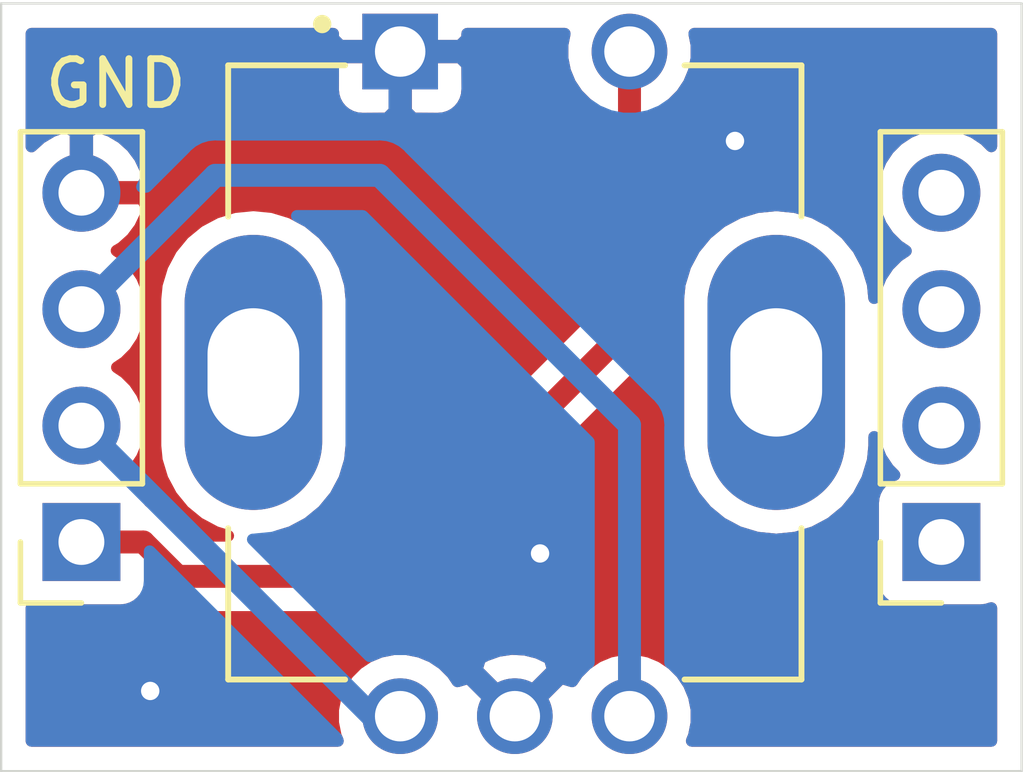
<source format=kicad_pcb>
(kicad_pcb (version 20171130) (host pcbnew "(5.1.5-0)")

  (general
    (thickness 1.6)
    (drawings 5)
    (tracks 14)
    (zones 0)
    (modules 3)
    (nets 6)
  )

  (page A4)
  (layers
    (0 F.Cu signal)
    (31 B.Cu signal)
    (32 B.Adhes user)
    (33 F.Adhes user)
    (34 B.Paste user)
    (35 F.Paste user)
    (36 B.SilkS user)
    (37 F.SilkS user)
    (38 B.Mask user)
    (39 F.Mask user)
    (40 Dwgs.User user)
    (41 Cmts.User user)
    (42 Eco1.User user)
    (43 Eco2.User user)
    (44 Edge.Cuts user)
    (45 Margin user)
    (46 B.CrtYd user)
    (47 F.CrtYd user)
    (48 B.Fab user)
    (49 F.Fab user)
  )

  (setup
    (last_trace_width 0.5)
    (user_trace_width 0.5)
    (trace_clearance 0.2)
    (zone_clearance 0.508)
    (zone_45_only no)
    (trace_min 0.2)
    (via_size 0.8)
    (via_drill 0.4)
    (via_min_size 0.4)
    (via_min_drill 0.3)
    (uvia_size 0.3)
    (uvia_drill 0.1)
    (uvias_allowed no)
    (uvia_min_size 0.2)
    (uvia_min_drill 0.1)
    (edge_width 0.05)
    (segment_width 0.2)
    (pcb_text_width 0.3)
    (pcb_text_size 1.5 1.5)
    (mod_edge_width 0.12)
    (mod_text_size 1 1)
    (mod_text_width 0.15)
    (pad_size 1.524 1.524)
    (pad_drill 0.762)
    (pad_to_mask_clearance 0.051)
    (solder_mask_min_width 0.25)
    (aux_axis_origin 0 0)
    (visible_elements FFFFFF7F)
    (pcbplotparams
      (layerselection 0x010fc_ffffffff)
      (usegerberextensions false)
      (usegerberattributes false)
      (usegerberadvancedattributes false)
      (creategerberjobfile false)
      (excludeedgelayer true)
      (linewidth 0.100000)
      (plotframeref false)
      (viasonmask false)
      (mode 1)
      (useauxorigin false)
      (hpglpennumber 1)
      (hpglpenspeed 20)
      (hpglpendiameter 15.000000)
      (psnegative false)
      (psa4output false)
      (plotreference true)
      (plotvalue true)
      (plotinvisibletext false)
      (padsonsilk false)
      (subtractmaskfromsilk false)
      (outputformat 1)
      (mirror false)
      (drillshape 1)
      (scaleselection 1)
      (outputdirectory ""))
  )

  (net 0 "")
  (net 1 GND)
  (net 2 "Net-(J1-Pad3)")
  (net 3 "Net-(J1-Pad2)")
  (net 4 "Net-(J1-Pad1)")
  (net 5 "Net-(MT1-PadS1)")

  (net_class Default "This is the default net class."
    (clearance 0.2)
    (trace_width 0.25)
    (via_dia 0.8)
    (via_drill 0.4)
    (uvia_dia 0.3)
    (uvia_drill 0.1)
    (add_net GND)
    (add_net "Net-(J1-Pad1)")
    (add_net "Net-(J1-Pad2)")
    (add_net "Net-(J1-Pad3)")
    (add_net "Net-(MT1-PadS1)")
  )

  (module Connector_PinSocket_2.54mm:PinSocket_1x04_P2.54mm_Vertical (layer F.Cu) (tedit 5A19A429) (tstamp 624ACF49)
    (at 162.5 123.5 180)
    (descr "Through hole straight socket strip, 1x04, 2.54mm pitch, single row (from Kicad 4.0.7), script generated")
    (tags "Through hole socket strip THT 1x04 2.54mm single row")
    (path /624ADE70)
    (fp_text reference J1 (at 0 -2.77) (layer F.SilkS) hide
      (effects (font (size 1 1) (thickness 0.15)))
    )
    (fp_text value Conn_01x04 (at 0 10.39) (layer F.Fab) hide
      (effects (font (size 1 1) (thickness 0.15)))
    )
    (fp_line (start -1.27 -1.27) (end 0.635 -1.27) (layer F.Fab) (width 0.1))
    (fp_line (start 0.635 -1.27) (end 1.27 -0.635) (layer F.Fab) (width 0.1))
    (fp_line (start 1.27 -0.635) (end 1.27 8.89) (layer F.Fab) (width 0.1))
    (fp_line (start 1.27 8.89) (end -1.27 8.89) (layer F.Fab) (width 0.1))
    (fp_line (start -1.27 8.89) (end -1.27 -1.27) (layer F.Fab) (width 0.1))
    (fp_line (start -1.33 1.27) (end 1.33 1.27) (layer F.SilkS) (width 0.12))
    (fp_line (start -1.33 1.27) (end -1.33 8.95) (layer F.SilkS) (width 0.12))
    (fp_line (start -1.33 8.95) (end 1.33 8.95) (layer F.SilkS) (width 0.12))
    (fp_line (start 1.33 1.27) (end 1.33 8.95) (layer F.SilkS) (width 0.12))
    (fp_line (start 1.33 -1.33) (end 1.33 0) (layer F.SilkS) (width 0.12))
    (fp_line (start 0 -1.33) (end 1.33 -1.33) (layer F.SilkS) (width 0.12))
    (fp_line (start -1.8 -1.8) (end 1.75 -1.8) (layer F.CrtYd) (width 0.05))
    (fp_line (start 1.75 -1.8) (end 1.75 9.4) (layer F.CrtYd) (width 0.05))
    (fp_line (start 1.75 9.4) (end -1.8 9.4) (layer F.CrtYd) (width 0.05))
    (fp_line (start -1.8 9.4) (end -1.8 -1.8) (layer F.CrtYd) (width 0.05))
    (fp_text user %R (at -0.25 3.83 90) (layer F.Fab)
      (effects (font (size 1 1) (thickness 0.15)))
    )
    (pad 1 thru_hole rect (at 0 0 180) (size 1.7 1.7) (drill 1) (layers *.Cu *.Mask))
    (pad 2 thru_hole oval (at 0 2.54 180) (size 1.7 1.7) (drill 1) (layers *.Cu *.Mask))
    (pad 3 thru_hole oval (at 0 5.08 180) (size 1.7 1.7) (drill 1) (layers *.Cu *.Mask))
    (pad 4 thru_hole oval (at 0 7.62 180) (size 1.7 1.7) (drill 1) (layers *.Cu *.Mask))
    (model ${KISYS3DMOD}/Connector_PinSocket_2.54mm.3dshapes/PinSocket_1x04_P2.54mm_Vertical.wrl
      (at (xyz 0 0 0))
      (scale (xyz 1 1 1))
      (rotate (xyz 0 0 0))
    )
  )

  (module PEC11R-4215F-S0024:XDCR_PEC11R-4215F-S0024 (layer F.Cu) (tedit 5F5951B8) (tstamp 624AC875)
    (at 153.2 119.8)
    (path /624AF51C)
    (fp_text reference MT1 (at -4.175 -8.835) (layer F.SilkS) hide
      (effects (font (size 1 1) (thickness 0.015)))
    )
    (fp_text value PEC11R-4215F-S0024 (at 7.255 9.315) (layer F.Fab) hide
      (effects (font (size 1 1) (thickness 0.015)))
    )
    (fp_circle (center -4.2 -7.6) (end -4.1 -7.6) (layer F.Fab) (width 0.2))
    (fp_circle (center -4.2 -7.6) (end -4.1 -7.6) (layer F.SilkS) (width 0.2))
    (fp_line (start 7.45 -8.1) (end -7.45 -8.1) (layer F.CrtYd) (width 0.05))
    (fp_line (start 7.45 8.6) (end 7.45 -8.1) (layer F.CrtYd) (width 0.05))
    (fp_line (start -7.45 8.6) (end 7.45 8.6) (layer F.CrtYd) (width 0.05))
    (fp_line (start -7.45 -8.1) (end -7.45 8.6) (layer F.CrtYd) (width 0.05))
    (fp_circle (center 0 0) (end 3 0) (layer F.Fab) (width 0.127))
    (fp_line (start 6.25 6.7) (end 6.25 3.4) (layer F.SilkS) (width 0.127))
    (fp_line (start 3.7 6.7) (end 6.25 6.7) (layer F.SilkS) (width 0.127))
    (fp_line (start -6.25 6.7) (end -3.7 6.7) (layer F.SilkS) (width 0.127))
    (fp_line (start -6.25 3.4) (end -6.25 6.7) (layer F.SilkS) (width 0.127))
    (fp_line (start 6.25 -6.7) (end 6.25 -3.4) (layer F.SilkS) (width 0.127))
    (fp_line (start 3.7 -6.7) (end 6.25 -6.7) (layer F.SilkS) (width 0.127))
    (fp_line (start -6.25 -6.7) (end -3.7 -6.7) (layer F.SilkS) (width 0.127))
    (fp_line (start -6.25 -3.4) (end -6.25 -6.7) (layer F.SilkS) (width 0.127))
    (fp_line (start -6.25 6.7) (end -6.25 -6.7) (layer F.Fab) (width 0.127))
    (fp_line (start 6.25 6.7) (end -6.25 6.7) (layer F.Fab) (width 0.127))
    (fp_line (start 6.25 -6.7) (end 6.25 6.7) (layer F.Fab) (width 0.127))
    (fp_line (start -6.25 -6.7) (end 6.25 -6.7) (layer F.Fab) (width 0.127))
    (pad S2 thru_hole oval (at 5.7 0) (size 3 6) (drill oval 2 2.8) (layers *.Cu *.Mask)
      (net 5 "Net-(MT1-PadS1)"))
    (pad S1 thru_hole oval (at -5.7 0) (size 3 6) (drill oval 2 2.8) (layers *.Cu *.Mask)
      (net 5 "Net-(MT1-PadS1)"))
    (pad B thru_hole circle (at 2.5 7.5) (size 1.65 1.65) (drill 1.1) (layers *.Cu *.Mask)
      (net 2 "Net-(J1-Pad3)"))
    (pad COM thru_hole circle (at 0 7.5) (size 1.65 1.65) (drill 1.1) (layers *.Cu *.Mask)
      (net 1 GND))
    (pad A thru_hole circle (at -2.5 7.5) (size 1.65 1.65) (drill 1.1) (layers *.Cu *.Mask)
      (net 3 "Net-(J1-Pad2)"))
    (pad 2 thru_hole circle (at 2.5 -7) (size 1.65 1.65) (drill 1.1) (layers *.Cu *.Mask)
      (net 4 "Net-(J1-Pad1)"))
    (pad 1 thru_hole rect (at -2.5 -7) (size 1.65 1.65) (drill 1.1) (layers *.Cu *.Mask)
      (net 1 GND))
  )

  (module Connector_PinSocket_2.54mm:PinSocket_1x04_P2.54mm_Vertical (layer F.Cu) (tedit 5A19A429) (tstamp 624ACAA4)
    (at 143.75 123.5 180)
    (descr "Through hole straight socket strip, 1x04, 2.54mm pitch, single row (from Kicad 4.0.7), script generated")
    (tags "Through hole socket strip THT 1x04 2.54mm single row")
    (path /624ADE70)
    (fp_text reference J1 (at 0 -2.77) (layer F.SilkS) hide
      (effects (font (size 1 1) (thickness 0.15)))
    )
    (fp_text value Conn_01x04 (at 0 10.39) (layer F.Fab) hide
      (effects (font (size 1 1) (thickness 0.15)))
    )
    (fp_text user %R (at -0.25 3.83 90) (layer F.Fab)
      (effects (font (size 1 1) (thickness 0.15)))
    )
    (fp_line (start -1.8 9.4) (end -1.8 -1.8) (layer F.CrtYd) (width 0.05))
    (fp_line (start 1.75 9.4) (end -1.8 9.4) (layer F.CrtYd) (width 0.05))
    (fp_line (start 1.75 -1.8) (end 1.75 9.4) (layer F.CrtYd) (width 0.05))
    (fp_line (start -1.8 -1.8) (end 1.75 -1.8) (layer F.CrtYd) (width 0.05))
    (fp_line (start 0 -1.33) (end 1.33 -1.33) (layer F.SilkS) (width 0.12))
    (fp_line (start 1.33 -1.33) (end 1.33 0) (layer F.SilkS) (width 0.12))
    (fp_line (start 1.33 1.27) (end 1.33 8.95) (layer F.SilkS) (width 0.12))
    (fp_line (start -1.33 8.95) (end 1.33 8.95) (layer F.SilkS) (width 0.12))
    (fp_line (start -1.33 1.27) (end -1.33 8.95) (layer F.SilkS) (width 0.12))
    (fp_line (start -1.33 1.27) (end 1.33 1.27) (layer F.SilkS) (width 0.12))
    (fp_line (start -1.27 8.89) (end -1.27 -1.27) (layer F.Fab) (width 0.1))
    (fp_line (start 1.27 8.89) (end -1.27 8.89) (layer F.Fab) (width 0.1))
    (fp_line (start 1.27 -0.635) (end 1.27 8.89) (layer F.Fab) (width 0.1))
    (fp_line (start 0.635 -1.27) (end 1.27 -0.635) (layer F.Fab) (width 0.1))
    (fp_line (start -1.27 -1.27) (end 0.635 -1.27) (layer F.Fab) (width 0.1))
    (pad 4 thru_hole oval (at 0 7.62 180) (size 1.7 1.7) (drill 1) (layers *.Cu *.Mask)
      (net 1 GND))
    (pad 3 thru_hole oval (at 0 5.08 180) (size 1.7 1.7) (drill 1) (layers *.Cu *.Mask)
      (net 2 "Net-(J1-Pad3)"))
    (pad 2 thru_hole oval (at 0 2.54 180) (size 1.7 1.7) (drill 1) (layers *.Cu *.Mask)
      (net 3 "Net-(J1-Pad2)"))
    (pad 1 thru_hole rect (at 0 0 180) (size 1.7 1.7) (drill 1) (layers *.Cu *.Mask)
      (net 4 "Net-(J1-Pad1)"))
    (model ${KISYS3DMOD}/Connector_PinSocket_2.54mm.3dshapes/PinSocket_1x04_P2.54mm_Vertical.wrl
      (at (xyz 0 0 0))
      (scale (xyz 1 1 1))
      (rotate (xyz 0 0 0))
    )
  )

  (gr_text GND (at 144.5 113.5) (layer F.SilkS)
    (effects (font (size 1 1) (thickness 0.15)))
  )
  (gr_line (start 142 128.5) (end 142 111.75) (layer Edge.Cuts) (width 0.05) (tstamp 624ACD16))
  (gr_line (start 164.25 128.5) (end 142 128.5) (layer Edge.Cuts) (width 0.05))
  (gr_line (start 164.25 111.75) (end 164.25 128.5) (layer Edge.Cuts) (width 0.05))
  (gr_line (start 142 111.75) (end 164.25 111.75) (layer Edge.Cuts) (width 0.05))

  (via (at 153.75 123.75) (size 0.8) (drill 0.4) (layers F.Cu B.Cu) (net 1))
  (via (at 158 114.75) (size 0.8) (drill 0.4) (layers F.Cu B.Cu) (net 1))
  (via (at 145.25 126.75) (size 0.8) (drill 0.4) (layers F.Cu B.Cu) (net 1))
  (segment (start 150.25 115.5) (end 155.7 120.95) (width 0.5) (layer B.Cu) (net 2))
  (segment (start 146.67 115.5) (end 150.25 115.5) (width 0.5) (layer B.Cu) (net 2))
  (segment (start 155.7 120.95) (end 155.7 127.3) (width 0.5) (layer B.Cu) (net 2))
  (segment (start 143.75 118.42) (end 146.67 115.5) (width 0.5) (layer B.Cu) (net 2))
  (segment (start 150.09 127.3) (end 150.7 127.3) (width 0.5) (layer B.Cu) (net 3))
  (segment (start 143.75 120.96) (end 150.09 127.3) (width 0.5) (layer B.Cu) (net 3))
  (segment (start 155.7 118.8) (end 155.7 112.8) (width 0.5) (layer F.Cu) (net 4))
  (segment (start 150.25 124.25) (end 155.7 118.8) (width 0.5) (layer F.Cu) (net 4))
  (segment (start 145.1 123.5) (end 145.85 124.25) (width 0.5) (layer F.Cu) (net 4))
  (segment (start 145.85 124.25) (end 150.25 124.25) (width 0.5) (layer F.Cu) (net 4))
  (segment (start 143.75 123.5) (end 145.1 123.5) (width 0.5) (layer F.Cu) (net 4))

  (zone (net 1) (net_name GND) (layer F.Cu) (tstamp 0) (hatch edge 0.508)
    (connect_pads (clearance 0.508))
    (min_thickness 0.254)
    (fill yes (arc_segments 32) (thermal_gap 0.508) (thermal_bridge_width 0.508))
    (polygon
      (pts
        (xy 164.25 128.5) (xy 142 128.5) (xy 142 111.75) (xy 164.25 111.75)
      )
    )
    (filled_polygon
      (pts
        (xy 163.59 114.869893) (xy 163.446632 114.726525) (xy 163.203411 114.56401) (xy 162.933158 114.452068) (xy 162.64626 114.395)
        (xy 162.35374 114.395) (xy 162.066842 114.452068) (xy 161.796589 114.56401) (xy 161.553368 114.726525) (xy 161.346525 114.933368)
        (xy 161.18401 115.176589) (xy 161.072068 115.446842) (xy 161.015 115.73374) (xy 161.015 116.02626) (xy 161.072068 116.313158)
        (xy 161.18401 116.583411) (xy 161.346525 116.826632) (xy 161.553368 117.033475) (xy 161.72776 117.15) (xy 161.553368 117.266525)
        (xy 161.346525 117.473368) (xy 161.18401 117.716589) (xy 161.072068 117.986842) (xy 161.033556 118.180455) (xy 161.004108 117.881467)
        (xy 160.882026 117.479018) (xy 160.683777 117.108119) (xy 160.416977 116.783023) (xy 160.091881 116.516223) (xy 159.720981 116.317974)
        (xy 159.318532 116.195892) (xy 158.9 116.15467) (xy 158.481467 116.195892) (xy 158.079018 116.317974) (xy 157.708119 116.516223)
        (xy 157.383023 116.783023) (xy 157.116223 117.108119) (xy 156.917974 117.479019) (xy 156.795892 117.881468) (xy 156.765 118.195119)
        (xy 156.765 121.404882) (xy 156.795892 121.718533) (xy 156.917975 122.120982) (xy 157.116224 122.491881) (xy 157.383024 122.816977)
        (xy 157.70812 123.083777) (xy 158.079019 123.282026) (xy 158.481468 123.404108) (xy 158.9 123.44533) (xy 159.318533 123.404108)
        (xy 159.720982 123.282026) (xy 160.091881 123.083777) (xy 160.416977 122.816977) (xy 160.683777 122.491881) (xy 160.882026 122.120982)
        (xy 161.004108 121.718533) (xy 161.035 121.404882) (xy 161.035 121.206806) (xy 161.072068 121.393158) (xy 161.18401 121.663411)
        (xy 161.346525 121.906632) (xy 161.47838 122.038487) (xy 161.40582 122.060498) (xy 161.295506 122.119463) (xy 161.198815 122.198815)
        (xy 161.119463 122.295506) (xy 161.060498 122.40582) (xy 161.024188 122.525518) (xy 161.011928 122.65) (xy 161.011928 124.35)
        (xy 161.024188 124.474482) (xy 161.060498 124.59418) (xy 161.119463 124.704494) (xy 161.198815 124.801185) (xy 161.295506 124.880537)
        (xy 161.40582 124.939502) (xy 161.525518 124.975812) (xy 161.65 124.988072) (xy 163.35 124.988072) (xy 163.474482 124.975812)
        (xy 163.590001 124.94077) (xy 163.590001 127.84) (xy 157.056617 127.84) (xy 157.103893 127.725866) (xy 157.16 127.443797)
        (xy 157.16 127.156203) (xy 157.103893 126.874134) (xy 156.993835 126.608431) (xy 156.834056 126.369304) (xy 156.630696 126.165944)
        (xy 156.391569 126.006165) (xy 156.125866 125.896107) (xy 155.843797 125.84) (xy 155.556203 125.84) (xy 155.274134 125.896107)
        (xy 155.008431 126.006165) (xy 154.769304 126.165944) (xy 154.565944 126.369304) (xy 154.450725 126.541742) (xy 154.210551 126.469054)
        (xy 153.379605 127.3) (xy 153.393748 127.314143) (xy 153.214143 127.493748) (xy 153.2 127.479605) (xy 153.185858 127.493748)
        (xy 153.006253 127.314143) (xy 153.020395 127.3) (xy 152.189449 126.469054) (xy 151.949275 126.541742) (xy 151.834056 126.369304)
        (xy 151.754201 126.289449) (xy 152.369054 126.289449) (xy 153.2 127.120395) (xy 154.030946 126.289449) (xy 153.956337 126.042927)
        (xy 153.696561 125.919527) (xy 153.417703 125.849177) (xy 153.130479 125.834583) (xy 152.845926 125.876303) (xy 152.57498 125.972735)
        (xy 152.443663 126.042927) (xy 152.369054 126.289449) (xy 151.754201 126.289449) (xy 151.630696 126.165944) (xy 151.391569 126.006165)
        (xy 151.125866 125.896107) (xy 150.843797 125.84) (xy 150.556203 125.84) (xy 150.274134 125.896107) (xy 150.008431 126.006165)
        (xy 149.769304 126.165944) (xy 149.565944 126.369304) (xy 149.406165 126.608431) (xy 149.296107 126.874134) (xy 149.24 127.156203)
        (xy 149.24 127.443797) (xy 149.296107 127.725866) (xy 149.343383 127.84) (xy 142.66 127.84) (xy 142.66 124.94077)
        (xy 142.775518 124.975812) (xy 142.9 124.988072) (xy 144.6 124.988072) (xy 144.724482 124.975812) (xy 144.84418 124.939502)
        (xy 144.954494 124.880537) (xy 145.051185 124.801185) (xy 145.095549 124.747128) (xy 145.19347 124.845049) (xy 145.221183 124.878817)
        (xy 145.254951 124.90653) (xy 145.254953 124.906532) (xy 145.295127 124.939502) (xy 145.355941 124.989411) (xy 145.509687 125.071589)
        (xy 145.67651 125.122195) (xy 145.806523 125.135) (xy 145.806533 125.135) (xy 145.849999 125.139281) (xy 145.893465 125.135)
        (xy 150.206531 125.135) (xy 150.25 125.139281) (xy 150.293469 125.135) (xy 150.293477 125.135) (xy 150.42349 125.122195)
        (xy 150.590313 125.071589) (xy 150.744059 124.989411) (xy 150.878817 124.878817) (xy 150.906534 124.845044) (xy 156.295051 119.456528)
        (xy 156.328817 119.428817) (xy 156.379852 119.366632) (xy 156.439411 119.294059) (xy 156.521588 119.140314) (xy 156.521589 119.140313)
        (xy 156.572195 118.97349) (xy 156.585 118.843477) (xy 156.585 118.843469) (xy 156.589281 118.8) (xy 156.585 118.756531)
        (xy 156.585 113.964589) (xy 156.630696 113.934056) (xy 156.834056 113.730696) (xy 156.993835 113.491569) (xy 157.103893 113.225866)
        (xy 157.16 112.943797) (xy 157.16 112.656203) (xy 157.111027 112.41) (xy 163.59 112.41)
      )
    )
    (filled_polygon
      (pts
        (xy 149.24 112.51425) (xy 149.39875 112.673) (xy 150.573 112.673) (xy 150.573 112.653) (xy 150.827 112.653)
        (xy 150.827 112.673) (xy 152.00125 112.673) (xy 152.16 112.51425) (xy 152.160594 112.41) (xy 154.288973 112.41)
        (xy 154.24 112.656203) (xy 154.24 112.943797) (xy 154.296107 113.225866) (xy 154.406165 113.491569) (xy 154.565944 113.730696)
        (xy 154.769304 113.934056) (xy 154.815001 113.96459) (xy 154.815 118.433421) (xy 149.883422 123.365) (xy 148.047454 123.365)
        (xy 148.320982 123.282026) (xy 148.691881 123.083777) (xy 149.016977 122.816977) (xy 149.283777 122.491881) (xy 149.482026 122.120982)
        (xy 149.604108 121.718533) (xy 149.635 121.404882) (xy 149.635 118.195118) (xy 149.604108 117.881467) (xy 149.482026 117.479018)
        (xy 149.283777 117.108119) (xy 149.016977 116.783023) (xy 148.691881 116.516223) (xy 148.320981 116.317974) (xy 147.918532 116.195892)
        (xy 147.5 116.15467) (xy 147.081467 116.195892) (xy 146.679018 116.317974) (xy 146.308119 116.516223) (xy 145.983023 116.783023)
        (xy 145.716223 117.108119) (xy 145.517974 117.479019) (xy 145.395892 117.881468) (xy 145.365 118.195119) (xy 145.365 121.404882)
        (xy 145.395892 121.718533) (xy 145.517975 122.120982) (xy 145.716224 122.491881) (xy 145.983024 122.816977) (xy 146.30812 123.083777)
        (xy 146.679019 123.282026) (xy 146.952547 123.365) (xy 146.216579 123.365) (xy 145.756534 122.904956) (xy 145.728817 122.871183)
        (xy 145.594059 122.760589) (xy 145.440313 122.678411) (xy 145.27349 122.627805) (xy 145.235518 122.624065) (xy 145.225812 122.525518)
        (xy 145.189502 122.40582) (xy 145.130537 122.295506) (xy 145.051185 122.198815) (xy 144.954494 122.119463) (xy 144.84418 122.060498)
        (xy 144.77162 122.038487) (xy 144.903475 121.906632) (xy 145.06599 121.663411) (xy 145.177932 121.393158) (xy 145.235 121.10626)
        (xy 145.235 120.81374) (xy 145.177932 120.526842) (xy 145.06599 120.256589) (xy 144.903475 120.013368) (xy 144.696632 119.806525)
        (xy 144.52224 119.69) (xy 144.696632 119.573475) (xy 144.903475 119.366632) (xy 145.06599 119.123411) (xy 145.177932 118.853158)
        (xy 145.235 118.56626) (xy 145.235 118.27374) (xy 145.177932 117.986842) (xy 145.06599 117.716589) (xy 144.903475 117.473368)
        (xy 144.696632 117.266525) (xy 144.514466 117.144805) (xy 144.631355 117.075178) (xy 144.847588 116.880269) (xy 145.021641 116.64692)
        (xy 145.146825 116.384099) (xy 145.191476 116.23689) (xy 145.070155 116.007) (xy 143.877 116.007) (xy 143.877 116.027)
        (xy 143.623 116.027) (xy 143.623 116.007) (xy 143.603 116.007) (xy 143.603 115.753) (xy 143.623 115.753)
        (xy 143.623 114.559186) (xy 143.877 114.559186) (xy 143.877 115.753) (xy 145.070155 115.753) (xy 145.191476 115.52311)
        (xy 145.146825 115.375901) (xy 145.021641 115.11308) (xy 144.847588 114.879731) (xy 144.631355 114.684822) (xy 144.381252 114.535843)
        (xy 144.106891 114.438519) (xy 143.877 114.559186) (xy 143.623 114.559186) (xy 143.393109 114.438519) (xy 143.118748 114.535843)
        (xy 142.868645 114.684822) (xy 142.66 114.872891) (xy 142.66 113.625) (xy 149.236928 113.625) (xy 149.249188 113.749482)
        (xy 149.285498 113.86918) (xy 149.344463 113.979494) (xy 149.423815 114.076185) (xy 149.520506 114.155537) (xy 149.63082 114.214502)
        (xy 149.750518 114.250812) (xy 149.875 114.263072) (xy 150.41425 114.26) (xy 150.573 114.10125) (xy 150.573 112.927)
        (xy 150.827 112.927) (xy 150.827 114.10125) (xy 150.98575 114.26) (xy 151.525 114.263072) (xy 151.649482 114.250812)
        (xy 151.76918 114.214502) (xy 151.879494 114.155537) (xy 151.976185 114.076185) (xy 152.055537 113.979494) (xy 152.114502 113.86918)
        (xy 152.150812 113.749482) (xy 152.163072 113.625) (xy 152.16 113.08575) (xy 152.00125 112.927) (xy 150.827 112.927)
        (xy 150.573 112.927) (xy 149.39875 112.927) (xy 149.24 113.08575) (xy 149.236928 113.625) (xy 142.66 113.625)
        (xy 142.66 112.41) (xy 149.239406 112.41)
      )
    )
  )
  (zone (net 1) (net_name GND) (layer B.Cu) (tstamp 0) (hatch edge 0.508)
    (connect_pads (clearance 0.508))
    (min_thickness 0.254)
    (fill yes (arc_segments 32) (thermal_gap 0.508) (thermal_bridge_width 0.508))
    (polygon
      (pts
        (xy 164.25 128.5) (xy 142 128.5) (xy 142 111.75) (xy 164.25 111.75)
      )
    )
    (filled_polygon
      (pts
        (xy 149.318607 127.780186) (xy 149.343383 127.84) (xy 142.66 127.84) (xy 142.66 124.94077) (xy 142.775518 124.975812)
        (xy 142.9 124.988072) (xy 144.6 124.988072) (xy 144.724482 124.975812) (xy 144.84418 124.939502) (xy 144.954494 124.880537)
        (xy 145.051185 124.801185) (xy 145.130537 124.704494) (xy 145.189502 124.59418) (xy 145.225812 124.474482) (xy 145.238072 124.35)
        (xy 145.238072 123.69965)
      )
    )
    (filled_polygon
      (pts
        (xy 149.24 112.51425) (xy 149.39875 112.673) (xy 150.573 112.673) (xy 150.573 112.653) (xy 150.827 112.653)
        (xy 150.827 112.673) (xy 152.00125 112.673) (xy 152.16 112.51425) (xy 152.160594 112.41) (xy 154.288973 112.41)
        (xy 154.24 112.656203) (xy 154.24 112.943797) (xy 154.296107 113.225866) (xy 154.406165 113.491569) (xy 154.565944 113.730696)
        (xy 154.769304 113.934056) (xy 155.008431 114.093835) (xy 155.274134 114.203893) (xy 155.556203 114.26) (xy 155.843797 114.26)
        (xy 156.125866 114.203893) (xy 156.391569 114.093835) (xy 156.630696 113.934056) (xy 156.834056 113.730696) (xy 156.993835 113.491569)
        (xy 157.103893 113.225866) (xy 157.16 112.943797) (xy 157.16 112.656203) (xy 157.111027 112.41) (xy 163.59 112.41)
        (xy 163.59 114.869893) (xy 163.446632 114.726525) (xy 163.203411 114.56401) (xy 162.933158 114.452068) (xy 162.64626 114.395)
        (xy 162.35374 114.395) (xy 162.066842 114.452068) (xy 161.796589 114.56401) (xy 161.553368 114.726525) (xy 161.346525 114.933368)
        (xy 161.18401 115.176589) (xy 161.072068 115.446842) (xy 161.015 115.73374) (xy 161.015 116.02626) (xy 161.072068 116.313158)
        (xy 161.18401 116.583411) (xy 161.346525 116.826632) (xy 161.553368 117.033475) (xy 161.72776 117.15) (xy 161.553368 117.266525)
        (xy 161.346525 117.473368) (xy 161.18401 117.716589) (xy 161.072068 117.986842) (xy 161.033556 118.180455) (xy 161.004108 117.881467)
        (xy 160.882026 117.479018) (xy 160.683777 117.108119) (xy 160.416977 116.783023) (xy 160.091881 116.516223) (xy 159.720981 116.317974)
        (xy 159.318532 116.195892) (xy 158.9 116.15467) (xy 158.481467 116.195892) (xy 158.079018 116.317974) (xy 157.708119 116.516223)
        (xy 157.383023 116.783023) (xy 157.116223 117.108119) (xy 156.917974 117.479019) (xy 156.795892 117.881468) (xy 156.765 118.195119)
        (xy 156.765 121.404882) (xy 156.795892 121.718533) (xy 156.917975 122.120982) (xy 157.116224 122.491881) (xy 157.383024 122.816977)
        (xy 157.70812 123.083777) (xy 158.079019 123.282026) (xy 158.481468 123.404108) (xy 158.9 123.44533) (xy 159.318533 123.404108)
        (xy 159.720982 123.282026) (xy 160.091881 123.083777) (xy 160.416977 122.816977) (xy 160.683777 122.491881) (xy 160.882026 122.120982)
        (xy 161.004108 121.718533) (xy 161.035 121.404882) (xy 161.035 121.206806) (xy 161.072068 121.393158) (xy 161.18401 121.663411)
        (xy 161.346525 121.906632) (xy 161.47838 122.038487) (xy 161.40582 122.060498) (xy 161.295506 122.119463) (xy 161.198815 122.198815)
        (xy 161.119463 122.295506) (xy 161.060498 122.40582) (xy 161.024188 122.525518) (xy 161.011928 122.65) (xy 161.011928 124.35)
        (xy 161.024188 124.474482) (xy 161.060498 124.59418) (xy 161.119463 124.704494) (xy 161.198815 124.801185) (xy 161.295506 124.880537)
        (xy 161.40582 124.939502) (xy 161.525518 124.975812) (xy 161.65 124.988072) (xy 163.35 124.988072) (xy 163.474482 124.975812)
        (xy 163.590001 124.94077) (xy 163.590001 127.84) (xy 157.056617 127.84) (xy 157.103893 127.725866) (xy 157.16 127.443797)
        (xy 157.16 127.156203) (xy 157.103893 126.874134) (xy 156.993835 126.608431) (xy 156.834056 126.369304) (xy 156.630696 126.165944)
        (xy 156.585 126.135411) (xy 156.585 120.993469) (xy 156.589281 120.95) (xy 156.585 120.906531) (xy 156.585 120.906523)
        (xy 156.572195 120.77651) (xy 156.521589 120.609687) (xy 156.439411 120.455941) (xy 156.328817 120.321183) (xy 156.295051 120.293472)
        (xy 150.906534 114.904956) (xy 150.878817 114.871183) (xy 150.744059 114.760589) (xy 150.590313 114.678411) (xy 150.42349 114.627805)
        (xy 150.293477 114.615) (xy 150.293469 114.615) (xy 150.25 114.610719) (xy 150.206531 114.615) (xy 146.713469 114.615)
        (xy 146.67 114.610719) (xy 146.626531 114.615) (xy 146.626523 114.615) (xy 146.49651 114.627805) (xy 146.329686 114.678411)
        (xy 146.175941 114.760589) (xy 146.074953 114.843468) (xy 146.074951 114.84347) (xy 146.041183 114.871183) (xy 146.01347 114.904951)
        (xy 145.165423 115.752998) (xy 145.070156 115.752998) (xy 145.191476 115.52311) (xy 145.146825 115.375901) (xy 145.021641 115.11308)
        (xy 144.847588 114.879731) (xy 144.631355 114.684822) (xy 144.381252 114.535843) (xy 144.106891 114.438519) (xy 143.877 114.559186)
        (xy 143.877 115.753) (xy 143.897 115.753) (xy 143.897 116.007) (xy 143.877 116.007) (xy 143.877 116.027)
        (xy 143.623 116.027) (xy 143.623 116.007) (xy 143.603 116.007) (xy 143.603 115.753) (xy 143.623 115.753)
        (xy 143.623 114.559186) (xy 143.393109 114.438519) (xy 143.118748 114.535843) (xy 142.868645 114.684822) (xy 142.66 114.872891)
        (xy 142.66 113.625) (xy 149.236928 113.625) (xy 149.249188 113.749482) (xy 149.285498 113.86918) (xy 149.344463 113.979494)
        (xy 149.423815 114.076185) (xy 149.520506 114.155537) (xy 149.63082 114.214502) (xy 149.750518 114.250812) (xy 149.875 114.263072)
        (xy 150.41425 114.26) (xy 150.573 114.10125) (xy 150.573 112.927) (xy 150.827 112.927) (xy 150.827 114.10125)
        (xy 150.98575 114.26) (xy 151.525 114.263072) (xy 151.649482 114.250812) (xy 151.76918 114.214502) (xy 151.879494 114.155537)
        (xy 151.976185 114.076185) (xy 152.055537 113.979494) (xy 152.114502 113.86918) (xy 152.150812 113.749482) (xy 152.163072 113.625)
        (xy 152.16 113.08575) (xy 152.00125 112.927) (xy 150.827 112.927) (xy 150.573 112.927) (xy 149.39875 112.927)
        (xy 149.24 113.08575) (xy 149.236928 113.625) (xy 142.66 113.625) (xy 142.66 112.41) (xy 149.239406 112.41)
      )
    )
    (filled_polygon
      (pts
        (xy 154.815 121.316579) (xy 154.815001 126.13541) (xy 154.769304 126.165944) (xy 154.565944 126.369304) (xy 154.450725 126.541742)
        (xy 154.210551 126.469054) (xy 153.379605 127.3) (xy 153.393748 127.314143) (xy 153.214143 127.493748) (xy 153.2 127.479605)
        (xy 153.185858 127.493748) (xy 153.006253 127.314143) (xy 153.020395 127.3) (xy 152.189449 126.469054) (xy 151.949275 126.541742)
        (xy 151.834056 126.369304) (xy 151.754201 126.289449) (xy 152.369054 126.289449) (xy 153.2 127.120395) (xy 154.030946 126.289449)
        (xy 153.956337 126.042927) (xy 153.696561 125.919527) (xy 153.417703 125.849177) (xy 153.130479 125.834583) (xy 152.845926 125.876303)
        (xy 152.57498 125.972735) (xy 152.443663 126.042927) (xy 152.369054 126.289449) (xy 151.754201 126.289449) (xy 151.630696 126.165944)
        (xy 151.391569 126.006165) (xy 151.125866 125.896107) (xy 150.843797 125.84) (xy 150.556203 125.84) (xy 150.274134 125.896107)
        (xy 150.036229 125.994651) (xy 147.485478 123.4439) (xy 147.5 123.44533) (xy 147.918533 123.404108) (xy 148.320982 123.282026)
        (xy 148.691881 123.083777) (xy 149.016977 122.816977) (xy 149.283777 122.491881) (xy 149.482026 122.120982) (xy 149.604108 121.718533)
        (xy 149.635 121.404882) (xy 149.635 118.195118) (xy 149.604108 117.881467) (xy 149.482026 117.479018) (xy 149.283777 117.108119)
        (xy 149.016977 116.783023) (xy 148.691881 116.516223) (xy 148.446379 116.385) (xy 149.883422 116.385)
      )
    )
  )
)

</source>
